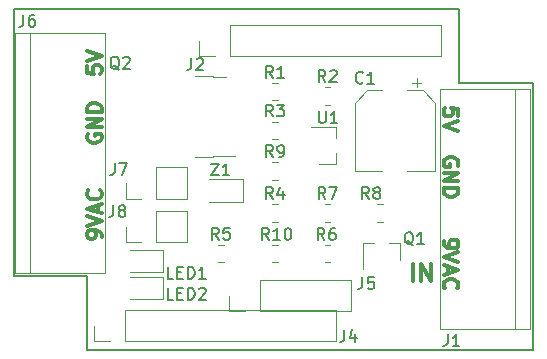
<source format=gto>
G04 #@! TF.GenerationSoftware,KiCad,Pcbnew,7.0.1-3b83917a11~172~ubuntu20.04.1*
G04 #@! TF.CreationDate,2023-03-26T04:48:50+02:00*
G04 #@! TF.ProjectId,C64Saver2,43363453-6176-4657-9232-2e6b69636164,2.6*
G04 #@! TF.SameCoordinates,Original*
G04 #@! TF.FileFunction,Legend,Top*
G04 #@! TF.FilePolarity,Positive*
%FSLAX46Y46*%
G04 Gerber Fmt 4.6, Leading zero omitted, Abs format (unit mm)*
G04 Created by KiCad (PCBNEW 7.0.1-3b83917a11~172~ubuntu20.04.1) date 2023-03-26 04:48:50*
%MOMM*%
%LPD*%
G01*
G04 APERTURE LIST*
%ADD10C,0.300000*%
%ADD11C,0.150000*%
%ADD12C,0.120000*%
G04 #@! TA.AperFunction,Profile*
%ADD13C,0.150000*%
G04 #@! TD*
G04 APERTURE END LIST*
D10*
X146648273Y-88503094D02*
X146648273Y-89098332D01*
X146648273Y-89098332D02*
X147243511Y-89157856D01*
X147243511Y-89157856D02*
X147183988Y-89098332D01*
X147183988Y-89098332D02*
X147124464Y-88979285D01*
X147124464Y-88979285D02*
X147124464Y-88681666D01*
X147124464Y-88681666D02*
X147183988Y-88562618D01*
X147183988Y-88562618D02*
X147243511Y-88503094D01*
X147243511Y-88503094D02*
X147362559Y-88443571D01*
X147362559Y-88443571D02*
X147660178Y-88443571D01*
X147660178Y-88443571D02*
X147779226Y-88503094D01*
X147779226Y-88503094D02*
X147838750Y-88562618D01*
X147838750Y-88562618D02*
X147898273Y-88681666D01*
X147898273Y-88681666D02*
X147898273Y-88979285D01*
X147898273Y-88979285D02*
X147838750Y-89098332D01*
X147838750Y-89098332D02*
X147779226Y-89157856D01*
X146648273Y-88086428D02*
X147898273Y-87669761D01*
X147898273Y-87669761D02*
X146648273Y-87253095D01*
X146707797Y-94297381D02*
X146648273Y-94416428D01*
X146648273Y-94416428D02*
X146648273Y-94595000D01*
X146648273Y-94595000D02*
X146707797Y-94773571D01*
X146707797Y-94773571D02*
X146826845Y-94892619D01*
X146826845Y-94892619D02*
X146945892Y-94952142D01*
X146945892Y-94952142D02*
X147183988Y-95011666D01*
X147183988Y-95011666D02*
X147362559Y-95011666D01*
X147362559Y-95011666D02*
X147600654Y-94952142D01*
X147600654Y-94952142D02*
X147719702Y-94892619D01*
X147719702Y-94892619D02*
X147838750Y-94773571D01*
X147838750Y-94773571D02*
X147898273Y-94595000D01*
X147898273Y-94595000D02*
X147898273Y-94475952D01*
X147898273Y-94475952D02*
X147838750Y-94297381D01*
X147838750Y-94297381D02*
X147779226Y-94237857D01*
X147779226Y-94237857D02*
X147362559Y-94237857D01*
X147362559Y-94237857D02*
X147362559Y-94475952D01*
X147898273Y-93702142D02*
X146648273Y-93702142D01*
X146648273Y-93702142D02*
X147898273Y-92987857D01*
X147898273Y-92987857D02*
X146648273Y-92987857D01*
X147898273Y-92392618D02*
X146648273Y-92392618D01*
X146648273Y-92392618D02*
X146648273Y-92094999D01*
X146648273Y-92094999D02*
X146707797Y-91916428D01*
X146707797Y-91916428D02*
X146826845Y-91797380D01*
X146826845Y-91797380D02*
X146945892Y-91737857D01*
X146945892Y-91737857D02*
X147183988Y-91678333D01*
X147183988Y-91678333D02*
X147362559Y-91678333D01*
X147362559Y-91678333D02*
X147600654Y-91737857D01*
X147600654Y-91737857D02*
X147719702Y-91797380D01*
X147719702Y-91797380D02*
X147838750Y-91916428D01*
X147838750Y-91916428D02*
X147898273Y-92094999D01*
X147898273Y-92094999D02*
X147898273Y-92392618D01*
X147898273Y-103026524D02*
X147898273Y-102788428D01*
X147898273Y-102788428D02*
X147838750Y-102669381D01*
X147838750Y-102669381D02*
X147779226Y-102609857D01*
X147779226Y-102609857D02*
X147600654Y-102490809D01*
X147600654Y-102490809D02*
X147362559Y-102431286D01*
X147362559Y-102431286D02*
X146886369Y-102431286D01*
X146886369Y-102431286D02*
X146767321Y-102490809D01*
X146767321Y-102490809D02*
X146707797Y-102550333D01*
X146707797Y-102550333D02*
X146648273Y-102669381D01*
X146648273Y-102669381D02*
X146648273Y-102907476D01*
X146648273Y-102907476D02*
X146707797Y-103026524D01*
X146707797Y-103026524D02*
X146767321Y-103086047D01*
X146767321Y-103086047D02*
X146886369Y-103145571D01*
X146886369Y-103145571D02*
X147183988Y-103145571D01*
X147183988Y-103145571D02*
X147303035Y-103086047D01*
X147303035Y-103086047D02*
X147362559Y-103026524D01*
X147362559Y-103026524D02*
X147422083Y-102907476D01*
X147422083Y-102907476D02*
X147422083Y-102669381D01*
X147422083Y-102669381D02*
X147362559Y-102550333D01*
X147362559Y-102550333D02*
X147303035Y-102490809D01*
X147303035Y-102490809D02*
X147183988Y-102431286D01*
X146648273Y-102074143D02*
X147898273Y-101657476D01*
X147898273Y-101657476D02*
X146648273Y-101240810D01*
X147541130Y-100883666D02*
X147541130Y-100288428D01*
X147898273Y-101002714D02*
X146648273Y-100586047D01*
X146648273Y-100586047D02*
X147898273Y-100169381D01*
X147779226Y-99038428D02*
X147838750Y-99097952D01*
X147838750Y-99097952D02*
X147898273Y-99276523D01*
X147898273Y-99276523D02*
X147898273Y-99395571D01*
X147898273Y-99395571D02*
X147838750Y-99574142D01*
X147838750Y-99574142D02*
X147719702Y-99693190D01*
X147719702Y-99693190D02*
X147600654Y-99752713D01*
X147600654Y-99752713D02*
X147362559Y-99812237D01*
X147362559Y-99812237D02*
X147183988Y-99812237D01*
X147183988Y-99812237D02*
X146945892Y-99752713D01*
X146945892Y-99752713D02*
X146826845Y-99693190D01*
X146826845Y-99693190D02*
X146707797Y-99574142D01*
X146707797Y-99574142D02*
X146648273Y-99395571D01*
X146648273Y-99395571D02*
X146648273Y-99276523D01*
X146648273Y-99276523D02*
X146707797Y-99097952D01*
X146707797Y-99097952D02*
X146767321Y-99038428D01*
X178031202Y-96964618D02*
X178090726Y-96845571D01*
X178090726Y-96845571D02*
X178090726Y-96666999D01*
X178090726Y-96666999D02*
X178031202Y-96488428D01*
X178031202Y-96488428D02*
X177912154Y-96369380D01*
X177912154Y-96369380D02*
X177793107Y-96309857D01*
X177793107Y-96309857D02*
X177555011Y-96250333D01*
X177555011Y-96250333D02*
X177376440Y-96250333D01*
X177376440Y-96250333D02*
X177138345Y-96309857D01*
X177138345Y-96309857D02*
X177019297Y-96369380D01*
X177019297Y-96369380D02*
X176900250Y-96488428D01*
X176900250Y-96488428D02*
X176840726Y-96666999D01*
X176840726Y-96666999D02*
X176840726Y-96786047D01*
X176840726Y-96786047D02*
X176900250Y-96964618D01*
X176900250Y-96964618D02*
X176959773Y-97024142D01*
X176959773Y-97024142D02*
X177376440Y-97024142D01*
X177376440Y-97024142D02*
X177376440Y-96786047D01*
X176840726Y-97559857D02*
X178090726Y-97559857D01*
X178090726Y-97559857D02*
X176840726Y-98274142D01*
X176840726Y-98274142D02*
X178090726Y-98274142D01*
X176840726Y-98869381D02*
X178090726Y-98869381D01*
X178090726Y-98869381D02*
X178090726Y-99167000D01*
X178090726Y-99167000D02*
X178031202Y-99345571D01*
X178031202Y-99345571D02*
X177912154Y-99464619D01*
X177912154Y-99464619D02*
X177793107Y-99524142D01*
X177793107Y-99524142D02*
X177555011Y-99583666D01*
X177555011Y-99583666D02*
X177376440Y-99583666D01*
X177376440Y-99583666D02*
X177138345Y-99524142D01*
X177138345Y-99524142D02*
X177019297Y-99464619D01*
X177019297Y-99464619D02*
X176900250Y-99345571D01*
X176900250Y-99345571D02*
X176840726Y-99167000D01*
X176840726Y-99167000D02*
X176840726Y-98869381D01*
X176840726Y-103348475D02*
X176840726Y-103586571D01*
X176840726Y-103586571D02*
X176900250Y-103705618D01*
X176900250Y-103705618D02*
X176959773Y-103765142D01*
X176959773Y-103765142D02*
X177138345Y-103884190D01*
X177138345Y-103884190D02*
X177376440Y-103943713D01*
X177376440Y-103943713D02*
X177852630Y-103943713D01*
X177852630Y-103943713D02*
X177971678Y-103884190D01*
X177971678Y-103884190D02*
X178031202Y-103824666D01*
X178031202Y-103824666D02*
X178090726Y-103705618D01*
X178090726Y-103705618D02*
X178090726Y-103467523D01*
X178090726Y-103467523D02*
X178031202Y-103348475D01*
X178031202Y-103348475D02*
X177971678Y-103288952D01*
X177971678Y-103288952D02*
X177852630Y-103229428D01*
X177852630Y-103229428D02*
X177555011Y-103229428D01*
X177555011Y-103229428D02*
X177435964Y-103288952D01*
X177435964Y-103288952D02*
X177376440Y-103348475D01*
X177376440Y-103348475D02*
X177316916Y-103467523D01*
X177316916Y-103467523D02*
X177316916Y-103705618D01*
X177316916Y-103705618D02*
X177376440Y-103824666D01*
X177376440Y-103824666D02*
X177435964Y-103884190D01*
X177435964Y-103884190D02*
X177555011Y-103943713D01*
X178090726Y-104300856D02*
X176840726Y-104717523D01*
X176840726Y-104717523D02*
X178090726Y-105134189D01*
X177197869Y-105491333D02*
X177197869Y-106086571D01*
X176840726Y-105372285D02*
X178090726Y-105788952D01*
X178090726Y-105788952D02*
X176840726Y-106205618D01*
X176959773Y-107336571D02*
X176900250Y-107277047D01*
X176900250Y-107277047D02*
X176840726Y-107098476D01*
X176840726Y-107098476D02*
X176840726Y-106979428D01*
X176840726Y-106979428D02*
X176900250Y-106800857D01*
X176900250Y-106800857D02*
X177019297Y-106681809D01*
X177019297Y-106681809D02*
X177138345Y-106622286D01*
X177138345Y-106622286D02*
X177376440Y-106562762D01*
X177376440Y-106562762D02*
X177555011Y-106562762D01*
X177555011Y-106562762D02*
X177793107Y-106622286D01*
X177793107Y-106622286D02*
X177912154Y-106681809D01*
X177912154Y-106681809D02*
X178031202Y-106800857D01*
X178031202Y-106800857D02*
X178090726Y-106979428D01*
X178090726Y-106979428D02*
X178090726Y-107098476D01*
X178090726Y-107098476D02*
X178031202Y-107277047D01*
X178031202Y-107277047D02*
X177971678Y-107336571D01*
X178090726Y-92725905D02*
X178090726Y-92130667D01*
X178090726Y-92130667D02*
X177495488Y-92071143D01*
X177495488Y-92071143D02*
X177555011Y-92130667D01*
X177555011Y-92130667D02*
X177614535Y-92249714D01*
X177614535Y-92249714D02*
X177614535Y-92547333D01*
X177614535Y-92547333D02*
X177555011Y-92666381D01*
X177555011Y-92666381D02*
X177495488Y-92725905D01*
X177495488Y-92725905D02*
X177376440Y-92785428D01*
X177376440Y-92785428D02*
X177078821Y-92785428D01*
X177078821Y-92785428D02*
X176959773Y-92725905D01*
X176959773Y-92725905D02*
X176900250Y-92666381D01*
X176900250Y-92666381D02*
X176840726Y-92547333D01*
X176840726Y-92547333D02*
X176840726Y-92249714D01*
X176840726Y-92249714D02*
X176900250Y-92130667D01*
X176900250Y-92130667D02*
X176959773Y-92071143D01*
X178090726Y-93142571D02*
X176840726Y-93559238D01*
X176840726Y-93559238D02*
X178090726Y-93975904D01*
X174220285Y-106738928D02*
X174220285Y-105238928D01*
X174934571Y-106738928D02*
X174934571Y-105238928D01*
X174934571Y-105238928D02*
X175791714Y-106738928D01*
X175791714Y-106738928D02*
X175791714Y-105238928D01*
D11*
X141271666Y-84171619D02*
X141271666Y-84885904D01*
X141271666Y-84885904D02*
X141224047Y-85028761D01*
X141224047Y-85028761D02*
X141128809Y-85124000D01*
X141128809Y-85124000D02*
X140985952Y-85171619D01*
X140985952Y-85171619D02*
X140890714Y-85171619D01*
X142176428Y-84171619D02*
X141985952Y-84171619D01*
X141985952Y-84171619D02*
X141890714Y-84219238D01*
X141890714Y-84219238D02*
X141843095Y-84266857D01*
X141843095Y-84266857D02*
X141747857Y-84409714D01*
X141747857Y-84409714D02*
X141700238Y-84600190D01*
X141700238Y-84600190D02*
X141700238Y-84981142D01*
X141700238Y-84981142D02*
X141747857Y-85076380D01*
X141747857Y-85076380D02*
X141795476Y-85124000D01*
X141795476Y-85124000D02*
X141890714Y-85171619D01*
X141890714Y-85171619D02*
X142081190Y-85171619D01*
X142081190Y-85171619D02*
X142176428Y-85124000D01*
X142176428Y-85124000D02*
X142224047Y-85076380D01*
X142224047Y-85076380D02*
X142271666Y-84981142D01*
X142271666Y-84981142D02*
X142271666Y-84743047D01*
X142271666Y-84743047D02*
X142224047Y-84647809D01*
X142224047Y-84647809D02*
X142176428Y-84600190D01*
X142176428Y-84600190D02*
X142081190Y-84552571D01*
X142081190Y-84552571D02*
X141890714Y-84552571D01*
X141890714Y-84552571D02*
X141795476Y-84600190D01*
X141795476Y-84600190D02*
X141747857Y-84647809D01*
X141747857Y-84647809D02*
X141700238Y-84743047D01*
X177184726Y-111222619D02*
X177184726Y-111936904D01*
X177184726Y-111936904D02*
X177137107Y-112079761D01*
X177137107Y-112079761D02*
X177041869Y-112175000D01*
X177041869Y-112175000D02*
X176899012Y-112222619D01*
X176899012Y-112222619D02*
X176803774Y-112222619D01*
X178184726Y-112222619D02*
X177613298Y-112222619D01*
X177899012Y-112222619D02*
X177899012Y-111222619D01*
X177899012Y-111222619D02*
X177803774Y-111365476D01*
X177803774Y-111365476D02*
X177708536Y-111460714D01*
X177708536Y-111460714D02*
X177613298Y-111508333D01*
X170013333Y-89902380D02*
X169965714Y-89950000D01*
X169965714Y-89950000D02*
X169822857Y-89997619D01*
X169822857Y-89997619D02*
X169727619Y-89997619D01*
X169727619Y-89997619D02*
X169584762Y-89950000D01*
X169584762Y-89950000D02*
X169489524Y-89854761D01*
X169489524Y-89854761D02*
X169441905Y-89759523D01*
X169441905Y-89759523D02*
X169394286Y-89569047D01*
X169394286Y-89569047D02*
X169394286Y-89426190D01*
X169394286Y-89426190D02*
X169441905Y-89235714D01*
X169441905Y-89235714D02*
X169489524Y-89140476D01*
X169489524Y-89140476D02*
X169584762Y-89045238D01*
X169584762Y-89045238D02*
X169727619Y-88997619D01*
X169727619Y-88997619D02*
X169822857Y-88997619D01*
X169822857Y-88997619D02*
X169965714Y-89045238D01*
X169965714Y-89045238D02*
X170013333Y-89092857D01*
X170965714Y-89997619D02*
X170394286Y-89997619D01*
X170680000Y-89997619D02*
X170680000Y-88997619D01*
X170680000Y-88997619D02*
X170584762Y-89140476D01*
X170584762Y-89140476D02*
X170489524Y-89235714D01*
X170489524Y-89235714D02*
X170394286Y-89283333D01*
X149380361Y-88822857D02*
X149285123Y-88775238D01*
X149285123Y-88775238D02*
X149189885Y-88680000D01*
X149189885Y-88680000D02*
X149047028Y-88537142D01*
X149047028Y-88537142D02*
X148951790Y-88489523D01*
X148951790Y-88489523D02*
X148856552Y-88489523D01*
X148904171Y-88727619D02*
X148808933Y-88680000D01*
X148808933Y-88680000D02*
X148713695Y-88584761D01*
X148713695Y-88584761D02*
X148666076Y-88394285D01*
X148666076Y-88394285D02*
X148666076Y-88060952D01*
X148666076Y-88060952D02*
X148713695Y-87870476D01*
X148713695Y-87870476D02*
X148808933Y-87775238D01*
X148808933Y-87775238D02*
X148904171Y-87727619D01*
X148904171Y-87727619D02*
X149094647Y-87727619D01*
X149094647Y-87727619D02*
X149189885Y-87775238D01*
X149189885Y-87775238D02*
X149285123Y-87870476D01*
X149285123Y-87870476D02*
X149332742Y-88060952D01*
X149332742Y-88060952D02*
X149332742Y-88394285D01*
X149332742Y-88394285D02*
X149285123Y-88584761D01*
X149285123Y-88584761D02*
X149189885Y-88680000D01*
X149189885Y-88680000D02*
X149094647Y-88727619D01*
X149094647Y-88727619D02*
X148904171Y-88727619D01*
X149713695Y-87822857D02*
X149761314Y-87775238D01*
X149761314Y-87775238D02*
X149856552Y-87727619D01*
X149856552Y-87727619D02*
X150094647Y-87727619D01*
X150094647Y-87727619D02*
X150189885Y-87775238D01*
X150189885Y-87775238D02*
X150237504Y-87822857D01*
X150237504Y-87822857D02*
X150285123Y-87918095D01*
X150285123Y-87918095D02*
X150285123Y-88013333D01*
X150285123Y-88013333D02*
X150237504Y-88156190D01*
X150237504Y-88156190D02*
X149666076Y-88727619D01*
X149666076Y-88727619D02*
X150285123Y-88727619D01*
X155495666Y-87854619D02*
X155495666Y-88568904D01*
X155495666Y-88568904D02*
X155448047Y-88711761D01*
X155448047Y-88711761D02*
X155352809Y-88807000D01*
X155352809Y-88807000D02*
X155209952Y-88854619D01*
X155209952Y-88854619D02*
X155114714Y-88854619D01*
X155924238Y-87949857D02*
X155971857Y-87902238D01*
X155971857Y-87902238D02*
X156067095Y-87854619D01*
X156067095Y-87854619D02*
X156305190Y-87854619D01*
X156305190Y-87854619D02*
X156400428Y-87902238D01*
X156400428Y-87902238D02*
X156448047Y-87949857D01*
X156448047Y-87949857D02*
X156495666Y-88045095D01*
X156495666Y-88045095D02*
X156495666Y-88140333D01*
X156495666Y-88140333D02*
X156448047Y-88283190D01*
X156448047Y-88283190D02*
X155876619Y-88854619D01*
X155876619Y-88854619D02*
X156495666Y-88854619D01*
X168449666Y-110841619D02*
X168449666Y-111555904D01*
X168449666Y-111555904D02*
X168402047Y-111698761D01*
X168402047Y-111698761D02*
X168306809Y-111794000D01*
X168306809Y-111794000D02*
X168163952Y-111841619D01*
X168163952Y-111841619D02*
X168068714Y-111841619D01*
X169354428Y-111174952D02*
X169354428Y-111841619D01*
X169116333Y-110794000D02*
X168878238Y-111508285D01*
X168878238Y-111508285D02*
X169497285Y-111508285D01*
X169973666Y-106396619D02*
X169973666Y-107110904D01*
X169973666Y-107110904D02*
X169926047Y-107253761D01*
X169926047Y-107253761D02*
X169830809Y-107349000D01*
X169830809Y-107349000D02*
X169687952Y-107396619D01*
X169687952Y-107396619D02*
X169592714Y-107396619D01*
X170926047Y-106396619D02*
X170449857Y-106396619D01*
X170449857Y-106396619D02*
X170402238Y-106872809D01*
X170402238Y-106872809D02*
X170449857Y-106825190D01*
X170449857Y-106825190D02*
X170545095Y-106777571D01*
X170545095Y-106777571D02*
X170783190Y-106777571D01*
X170783190Y-106777571D02*
X170878428Y-106825190D01*
X170878428Y-106825190D02*
X170926047Y-106872809D01*
X170926047Y-106872809D02*
X170973666Y-106968047D01*
X170973666Y-106968047D02*
X170973666Y-107206142D01*
X170973666Y-107206142D02*
X170926047Y-107301380D01*
X170926047Y-107301380D02*
X170878428Y-107349000D01*
X170878428Y-107349000D02*
X170783190Y-107396619D01*
X170783190Y-107396619D02*
X170545095Y-107396619D01*
X170545095Y-107396619D02*
X170449857Y-107349000D01*
X170449857Y-107349000D02*
X170402238Y-107301380D01*
X162393333Y-89505619D02*
X162060000Y-89029428D01*
X161821905Y-89505619D02*
X161821905Y-88505619D01*
X161821905Y-88505619D02*
X162202857Y-88505619D01*
X162202857Y-88505619D02*
X162298095Y-88553238D01*
X162298095Y-88553238D02*
X162345714Y-88600857D01*
X162345714Y-88600857D02*
X162393333Y-88696095D01*
X162393333Y-88696095D02*
X162393333Y-88838952D01*
X162393333Y-88838952D02*
X162345714Y-88934190D01*
X162345714Y-88934190D02*
X162298095Y-88981809D01*
X162298095Y-88981809D02*
X162202857Y-89029428D01*
X162202857Y-89029428D02*
X161821905Y-89029428D01*
X163345714Y-89505619D02*
X162774286Y-89505619D01*
X163060000Y-89505619D02*
X163060000Y-88505619D01*
X163060000Y-88505619D02*
X162964762Y-88648476D01*
X162964762Y-88648476D02*
X162869524Y-88743714D01*
X162869524Y-88743714D02*
X162774286Y-88791333D01*
X162393333Y-99777619D02*
X162060000Y-99301428D01*
X161821905Y-99777619D02*
X161821905Y-98777619D01*
X161821905Y-98777619D02*
X162202857Y-98777619D01*
X162202857Y-98777619D02*
X162298095Y-98825238D01*
X162298095Y-98825238D02*
X162345714Y-98872857D01*
X162345714Y-98872857D02*
X162393333Y-98968095D01*
X162393333Y-98968095D02*
X162393333Y-99110952D01*
X162393333Y-99110952D02*
X162345714Y-99206190D01*
X162345714Y-99206190D02*
X162298095Y-99253809D01*
X162298095Y-99253809D02*
X162202857Y-99301428D01*
X162202857Y-99301428D02*
X161821905Y-99301428D01*
X163250476Y-99110952D02*
X163250476Y-99777619D01*
X163012381Y-98730000D02*
X162774286Y-99444285D01*
X162774286Y-99444285D02*
X163393333Y-99444285D01*
X157821333Y-103206619D02*
X157488000Y-102730428D01*
X157249905Y-103206619D02*
X157249905Y-102206619D01*
X157249905Y-102206619D02*
X157630857Y-102206619D01*
X157630857Y-102206619D02*
X157726095Y-102254238D01*
X157726095Y-102254238D02*
X157773714Y-102301857D01*
X157773714Y-102301857D02*
X157821333Y-102397095D01*
X157821333Y-102397095D02*
X157821333Y-102539952D01*
X157821333Y-102539952D02*
X157773714Y-102635190D01*
X157773714Y-102635190D02*
X157726095Y-102682809D01*
X157726095Y-102682809D02*
X157630857Y-102730428D01*
X157630857Y-102730428D02*
X157249905Y-102730428D01*
X158726095Y-102206619D02*
X158249905Y-102206619D01*
X158249905Y-102206619D02*
X158202286Y-102682809D01*
X158202286Y-102682809D02*
X158249905Y-102635190D01*
X158249905Y-102635190D02*
X158345143Y-102587571D01*
X158345143Y-102587571D02*
X158583238Y-102587571D01*
X158583238Y-102587571D02*
X158678476Y-102635190D01*
X158678476Y-102635190D02*
X158726095Y-102682809D01*
X158726095Y-102682809D02*
X158773714Y-102778047D01*
X158773714Y-102778047D02*
X158773714Y-103016142D01*
X158773714Y-103016142D02*
X158726095Y-103111380D01*
X158726095Y-103111380D02*
X158678476Y-103159000D01*
X158678476Y-103159000D02*
X158583238Y-103206619D01*
X158583238Y-103206619D02*
X158345143Y-103206619D01*
X158345143Y-103206619D02*
X158249905Y-103159000D01*
X158249905Y-103159000D02*
X158202286Y-103111380D01*
X166754084Y-103244575D02*
X166420751Y-102768384D01*
X166182656Y-103244575D02*
X166182656Y-102244575D01*
X166182656Y-102244575D02*
X166563608Y-102244575D01*
X166563608Y-102244575D02*
X166658846Y-102292194D01*
X166658846Y-102292194D02*
X166706465Y-102339813D01*
X166706465Y-102339813D02*
X166754084Y-102435051D01*
X166754084Y-102435051D02*
X166754084Y-102577908D01*
X166754084Y-102577908D02*
X166706465Y-102673146D01*
X166706465Y-102673146D02*
X166658846Y-102720765D01*
X166658846Y-102720765D02*
X166563608Y-102768384D01*
X166563608Y-102768384D02*
X166182656Y-102768384D01*
X167611227Y-102244575D02*
X167420751Y-102244575D01*
X167420751Y-102244575D02*
X167325513Y-102292194D01*
X167325513Y-102292194D02*
X167277894Y-102339813D01*
X167277894Y-102339813D02*
X167182656Y-102482670D01*
X167182656Y-102482670D02*
X167135037Y-102673146D01*
X167135037Y-102673146D02*
X167135037Y-103054098D01*
X167135037Y-103054098D02*
X167182656Y-103149336D01*
X167182656Y-103149336D02*
X167230275Y-103196956D01*
X167230275Y-103196956D02*
X167325513Y-103244575D01*
X167325513Y-103244575D02*
X167515989Y-103244575D01*
X167515989Y-103244575D02*
X167611227Y-103196956D01*
X167611227Y-103196956D02*
X167658846Y-103149336D01*
X167658846Y-103149336D02*
X167706465Y-103054098D01*
X167706465Y-103054098D02*
X167706465Y-102816003D01*
X167706465Y-102816003D02*
X167658846Y-102720765D01*
X167658846Y-102720765D02*
X167611227Y-102673146D01*
X167611227Y-102673146D02*
X167515989Y-102625527D01*
X167515989Y-102625527D02*
X167325513Y-102625527D01*
X167325513Y-102625527D02*
X167230275Y-102673146D01*
X167230275Y-102673146D02*
X167182656Y-102720765D01*
X167182656Y-102720765D02*
X167135037Y-102816003D01*
X170521333Y-99777619D02*
X170188000Y-99301428D01*
X169949905Y-99777619D02*
X169949905Y-98777619D01*
X169949905Y-98777619D02*
X170330857Y-98777619D01*
X170330857Y-98777619D02*
X170426095Y-98825238D01*
X170426095Y-98825238D02*
X170473714Y-98872857D01*
X170473714Y-98872857D02*
X170521333Y-98968095D01*
X170521333Y-98968095D02*
X170521333Y-99110952D01*
X170521333Y-99110952D02*
X170473714Y-99206190D01*
X170473714Y-99206190D02*
X170426095Y-99253809D01*
X170426095Y-99253809D02*
X170330857Y-99301428D01*
X170330857Y-99301428D02*
X169949905Y-99301428D01*
X171092762Y-99206190D02*
X170997524Y-99158571D01*
X170997524Y-99158571D02*
X170949905Y-99110952D01*
X170949905Y-99110952D02*
X170902286Y-99015714D01*
X170902286Y-99015714D02*
X170902286Y-98968095D01*
X170902286Y-98968095D02*
X170949905Y-98872857D01*
X170949905Y-98872857D02*
X170997524Y-98825238D01*
X170997524Y-98825238D02*
X171092762Y-98777619D01*
X171092762Y-98777619D02*
X171283238Y-98777619D01*
X171283238Y-98777619D02*
X171378476Y-98825238D01*
X171378476Y-98825238D02*
X171426095Y-98872857D01*
X171426095Y-98872857D02*
X171473714Y-98968095D01*
X171473714Y-98968095D02*
X171473714Y-99015714D01*
X171473714Y-99015714D02*
X171426095Y-99110952D01*
X171426095Y-99110952D02*
X171378476Y-99158571D01*
X171378476Y-99158571D02*
X171283238Y-99206190D01*
X171283238Y-99206190D02*
X171092762Y-99206190D01*
X171092762Y-99206190D02*
X170997524Y-99253809D01*
X170997524Y-99253809D02*
X170949905Y-99301428D01*
X170949905Y-99301428D02*
X170902286Y-99396666D01*
X170902286Y-99396666D02*
X170902286Y-99587142D01*
X170902286Y-99587142D02*
X170949905Y-99682380D01*
X170949905Y-99682380D02*
X170997524Y-99730000D01*
X170997524Y-99730000D02*
X171092762Y-99777619D01*
X171092762Y-99777619D02*
X171283238Y-99777619D01*
X171283238Y-99777619D02*
X171378476Y-99730000D01*
X171378476Y-99730000D02*
X171426095Y-99682380D01*
X171426095Y-99682380D02*
X171473714Y-99587142D01*
X171473714Y-99587142D02*
X171473714Y-99396666D01*
X171473714Y-99396666D02*
X171426095Y-99301428D01*
X171426095Y-99301428D02*
X171378476Y-99253809D01*
X171378476Y-99253809D02*
X171283238Y-99206190D01*
X162393333Y-96221619D02*
X162060000Y-95745428D01*
X161821905Y-96221619D02*
X161821905Y-95221619D01*
X161821905Y-95221619D02*
X162202857Y-95221619D01*
X162202857Y-95221619D02*
X162298095Y-95269238D01*
X162298095Y-95269238D02*
X162345714Y-95316857D01*
X162345714Y-95316857D02*
X162393333Y-95412095D01*
X162393333Y-95412095D02*
X162393333Y-95554952D01*
X162393333Y-95554952D02*
X162345714Y-95650190D01*
X162345714Y-95650190D02*
X162298095Y-95697809D01*
X162298095Y-95697809D02*
X162202857Y-95745428D01*
X162202857Y-95745428D02*
X161821905Y-95745428D01*
X162869524Y-96221619D02*
X163060000Y-96221619D01*
X163060000Y-96221619D02*
X163155238Y-96174000D01*
X163155238Y-96174000D02*
X163202857Y-96126380D01*
X163202857Y-96126380D02*
X163298095Y-95983523D01*
X163298095Y-95983523D02*
X163345714Y-95793047D01*
X163345714Y-95793047D02*
X163345714Y-95412095D01*
X163345714Y-95412095D02*
X163298095Y-95316857D01*
X163298095Y-95316857D02*
X163250476Y-95269238D01*
X163250476Y-95269238D02*
X163155238Y-95221619D01*
X163155238Y-95221619D02*
X162964762Y-95221619D01*
X162964762Y-95221619D02*
X162869524Y-95269238D01*
X162869524Y-95269238D02*
X162821905Y-95316857D01*
X162821905Y-95316857D02*
X162774286Y-95412095D01*
X162774286Y-95412095D02*
X162774286Y-95650190D01*
X162774286Y-95650190D02*
X162821905Y-95745428D01*
X162821905Y-95745428D02*
X162869524Y-95793047D01*
X162869524Y-95793047D02*
X162964762Y-95840666D01*
X162964762Y-95840666D02*
X163155238Y-95840666D01*
X163155238Y-95840666D02*
X163250476Y-95793047D01*
X163250476Y-95793047D02*
X163298095Y-95745428D01*
X163298095Y-95745428D02*
X163345714Y-95650190D01*
X162040670Y-103235061D02*
X161707337Y-102758870D01*
X161469242Y-103235061D02*
X161469242Y-102235061D01*
X161469242Y-102235061D02*
X161850194Y-102235061D01*
X161850194Y-102235061D02*
X161945432Y-102282680D01*
X161945432Y-102282680D02*
X161993051Y-102330299D01*
X161993051Y-102330299D02*
X162040670Y-102425537D01*
X162040670Y-102425537D02*
X162040670Y-102568394D01*
X162040670Y-102568394D02*
X161993051Y-102663632D01*
X161993051Y-102663632D02*
X161945432Y-102711251D01*
X161945432Y-102711251D02*
X161850194Y-102758870D01*
X161850194Y-102758870D02*
X161469242Y-102758870D01*
X162993051Y-103235061D02*
X162421623Y-103235061D01*
X162707337Y-103235061D02*
X162707337Y-102235061D01*
X162707337Y-102235061D02*
X162612099Y-102377918D01*
X162612099Y-102377918D02*
X162516861Y-102473156D01*
X162516861Y-102473156D02*
X162421623Y-102520775D01*
X163612099Y-102235061D02*
X163707337Y-102235061D01*
X163707337Y-102235061D02*
X163802575Y-102282680D01*
X163802575Y-102282680D02*
X163850194Y-102330299D01*
X163850194Y-102330299D02*
X163897813Y-102425537D01*
X163897813Y-102425537D02*
X163945432Y-102616013D01*
X163945432Y-102616013D02*
X163945432Y-102854108D01*
X163945432Y-102854108D02*
X163897813Y-103044584D01*
X163897813Y-103044584D02*
X163850194Y-103139822D01*
X163850194Y-103139822D02*
X163802575Y-103187442D01*
X163802575Y-103187442D02*
X163707337Y-103235061D01*
X163707337Y-103235061D02*
X163612099Y-103235061D01*
X163612099Y-103235061D02*
X163516861Y-103187442D01*
X163516861Y-103187442D02*
X163469242Y-103139822D01*
X163469242Y-103139822D02*
X163421623Y-103044584D01*
X163421623Y-103044584D02*
X163374004Y-102854108D01*
X163374004Y-102854108D02*
X163374004Y-102616013D01*
X163374004Y-102616013D02*
X163421623Y-102425537D01*
X163421623Y-102425537D02*
X163469242Y-102330299D01*
X163469242Y-102330299D02*
X163516861Y-102282680D01*
X163516861Y-102282680D02*
X163612099Y-102235061D01*
X174275761Y-103681857D02*
X174180523Y-103634238D01*
X174180523Y-103634238D02*
X174085285Y-103539000D01*
X174085285Y-103539000D02*
X173942428Y-103396142D01*
X173942428Y-103396142D02*
X173847190Y-103348523D01*
X173847190Y-103348523D02*
X173751952Y-103348523D01*
X173799571Y-103586619D02*
X173704333Y-103539000D01*
X173704333Y-103539000D02*
X173609095Y-103443761D01*
X173609095Y-103443761D02*
X173561476Y-103253285D01*
X173561476Y-103253285D02*
X173561476Y-102919952D01*
X173561476Y-102919952D02*
X173609095Y-102729476D01*
X173609095Y-102729476D02*
X173704333Y-102634238D01*
X173704333Y-102634238D02*
X173799571Y-102586619D01*
X173799571Y-102586619D02*
X173990047Y-102586619D01*
X173990047Y-102586619D02*
X174085285Y-102634238D01*
X174085285Y-102634238D02*
X174180523Y-102729476D01*
X174180523Y-102729476D02*
X174228142Y-102919952D01*
X174228142Y-102919952D02*
X174228142Y-103253285D01*
X174228142Y-103253285D02*
X174180523Y-103443761D01*
X174180523Y-103443761D02*
X174085285Y-103539000D01*
X174085285Y-103539000D02*
X173990047Y-103586619D01*
X173990047Y-103586619D02*
X173799571Y-103586619D01*
X175180523Y-103586619D02*
X174609095Y-103586619D01*
X174894809Y-103586619D02*
X174894809Y-102586619D01*
X174894809Y-102586619D02*
X174799571Y-102729476D01*
X174799571Y-102729476D02*
X174704333Y-102824714D01*
X174704333Y-102824714D02*
X174609095Y-102872333D01*
X153947952Y-106507619D02*
X153471762Y-106507619D01*
X153471762Y-106507619D02*
X153471762Y-105507619D01*
X154281286Y-105983809D02*
X154614619Y-105983809D01*
X154757476Y-106507619D02*
X154281286Y-106507619D01*
X154281286Y-106507619D02*
X154281286Y-105507619D01*
X154281286Y-105507619D02*
X154757476Y-105507619D01*
X155186048Y-106507619D02*
X155186048Y-105507619D01*
X155186048Y-105507619D02*
X155424143Y-105507619D01*
X155424143Y-105507619D02*
X155567000Y-105555238D01*
X155567000Y-105555238D02*
X155662238Y-105650476D01*
X155662238Y-105650476D02*
X155709857Y-105745714D01*
X155709857Y-105745714D02*
X155757476Y-105936190D01*
X155757476Y-105936190D02*
X155757476Y-106079047D01*
X155757476Y-106079047D02*
X155709857Y-106269523D01*
X155709857Y-106269523D02*
X155662238Y-106364761D01*
X155662238Y-106364761D02*
X155567000Y-106460000D01*
X155567000Y-106460000D02*
X155424143Y-106507619D01*
X155424143Y-106507619D02*
X155186048Y-106507619D01*
X156709857Y-106507619D02*
X156138429Y-106507619D01*
X156424143Y-106507619D02*
X156424143Y-105507619D01*
X156424143Y-105507619D02*
X156328905Y-105650476D01*
X156328905Y-105650476D02*
X156233667Y-105745714D01*
X156233667Y-105745714D02*
X156138429Y-105793333D01*
X162385291Y-92780696D02*
X162051958Y-92304505D01*
X161813863Y-92780696D02*
X161813863Y-91780696D01*
X161813863Y-91780696D02*
X162194815Y-91780696D01*
X162194815Y-91780696D02*
X162290053Y-91828315D01*
X162290053Y-91828315D02*
X162337672Y-91875934D01*
X162337672Y-91875934D02*
X162385291Y-91971172D01*
X162385291Y-91971172D02*
X162385291Y-92114029D01*
X162385291Y-92114029D02*
X162337672Y-92209267D01*
X162337672Y-92209267D02*
X162290053Y-92256886D01*
X162290053Y-92256886D02*
X162194815Y-92304505D01*
X162194815Y-92304505D02*
X161813863Y-92304505D01*
X162718625Y-91780696D02*
X163337672Y-91780696D01*
X163337672Y-91780696D02*
X163004339Y-92161648D01*
X163004339Y-92161648D02*
X163147196Y-92161648D01*
X163147196Y-92161648D02*
X163242434Y-92209267D01*
X163242434Y-92209267D02*
X163290053Y-92256886D01*
X163290053Y-92256886D02*
X163337672Y-92352124D01*
X163337672Y-92352124D02*
X163337672Y-92590219D01*
X163337672Y-92590219D02*
X163290053Y-92685457D01*
X163290053Y-92685457D02*
X163242434Y-92733077D01*
X163242434Y-92733077D02*
X163147196Y-92780696D01*
X163147196Y-92780696D02*
X162861482Y-92780696D01*
X162861482Y-92780696D02*
X162766244Y-92733077D01*
X162766244Y-92733077D02*
X162718625Y-92685457D01*
X166838333Y-99777619D02*
X166505000Y-99301428D01*
X166266905Y-99777619D02*
X166266905Y-98777619D01*
X166266905Y-98777619D02*
X166647857Y-98777619D01*
X166647857Y-98777619D02*
X166743095Y-98825238D01*
X166743095Y-98825238D02*
X166790714Y-98872857D01*
X166790714Y-98872857D02*
X166838333Y-98968095D01*
X166838333Y-98968095D02*
X166838333Y-99110952D01*
X166838333Y-99110952D02*
X166790714Y-99206190D01*
X166790714Y-99206190D02*
X166743095Y-99253809D01*
X166743095Y-99253809D02*
X166647857Y-99301428D01*
X166647857Y-99301428D02*
X166266905Y-99301428D01*
X167171667Y-98777619D02*
X167838333Y-98777619D01*
X167838333Y-98777619D02*
X167409762Y-99777619D01*
X166282120Y-92340383D02*
X166282120Y-93149906D01*
X166282120Y-93149906D02*
X166329739Y-93245144D01*
X166329739Y-93245144D02*
X166377358Y-93292764D01*
X166377358Y-93292764D02*
X166472596Y-93340383D01*
X166472596Y-93340383D02*
X166663072Y-93340383D01*
X166663072Y-93340383D02*
X166758310Y-93292764D01*
X166758310Y-93292764D02*
X166805929Y-93245144D01*
X166805929Y-93245144D02*
X166853548Y-93149906D01*
X166853548Y-93149906D02*
X166853548Y-92340383D01*
X167853548Y-93340383D02*
X167282120Y-93340383D01*
X167567834Y-93340383D02*
X167567834Y-92340383D01*
X167567834Y-92340383D02*
X167472596Y-92483240D01*
X167472596Y-92483240D02*
X167377358Y-92578478D01*
X167377358Y-92578478D02*
X167282120Y-92626097D01*
X166838333Y-89871619D02*
X166505000Y-89395428D01*
X166266905Y-89871619D02*
X166266905Y-88871619D01*
X166266905Y-88871619D02*
X166647857Y-88871619D01*
X166647857Y-88871619D02*
X166743095Y-88919238D01*
X166743095Y-88919238D02*
X166790714Y-88966857D01*
X166790714Y-88966857D02*
X166838333Y-89062095D01*
X166838333Y-89062095D02*
X166838333Y-89204952D01*
X166838333Y-89204952D02*
X166790714Y-89300190D01*
X166790714Y-89300190D02*
X166743095Y-89347809D01*
X166743095Y-89347809D02*
X166647857Y-89395428D01*
X166647857Y-89395428D02*
X166266905Y-89395428D01*
X167219286Y-88966857D02*
X167266905Y-88919238D01*
X167266905Y-88919238D02*
X167362143Y-88871619D01*
X167362143Y-88871619D02*
X167600238Y-88871619D01*
X167600238Y-88871619D02*
X167695476Y-88919238D01*
X167695476Y-88919238D02*
X167743095Y-88966857D01*
X167743095Y-88966857D02*
X167790714Y-89062095D01*
X167790714Y-89062095D02*
X167790714Y-89157333D01*
X167790714Y-89157333D02*
X167743095Y-89300190D01*
X167743095Y-89300190D02*
X167171667Y-89871619D01*
X167171667Y-89871619D02*
X167790714Y-89871619D01*
X153947952Y-108285619D02*
X153471762Y-108285619D01*
X153471762Y-108285619D02*
X153471762Y-107285619D01*
X154281286Y-107761809D02*
X154614619Y-107761809D01*
X154757476Y-108285619D02*
X154281286Y-108285619D01*
X154281286Y-108285619D02*
X154281286Y-107285619D01*
X154281286Y-107285619D02*
X154757476Y-107285619D01*
X155186048Y-108285619D02*
X155186048Y-107285619D01*
X155186048Y-107285619D02*
X155424143Y-107285619D01*
X155424143Y-107285619D02*
X155567000Y-107333238D01*
X155567000Y-107333238D02*
X155662238Y-107428476D01*
X155662238Y-107428476D02*
X155709857Y-107523714D01*
X155709857Y-107523714D02*
X155757476Y-107714190D01*
X155757476Y-107714190D02*
X155757476Y-107857047D01*
X155757476Y-107857047D02*
X155709857Y-108047523D01*
X155709857Y-108047523D02*
X155662238Y-108142761D01*
X155662238Y-108142761D02*
X155567000Y-108238000D01*
X155567000Y-108238000D02*
X155424143Y-108285619D01*
X155424143Y-108285619D02*
X155186048Y-108285619D01*
X156138429Y-107380857D02*
X156186048Y-107333238D01*
X156186048Y-107333238D02*
X156281286Y-107285619D01*
X156281286Y-107285619D02*
X156519381Y-107285619D01*
X156519381Y-107285619D02*
X156614619Y-107333238D01*
X156614619Y-107333238D02*
X156662238Y-107380857D01*
X156662238Y-107380857D02*
X156709857Y-107476095D01*
X156709857Y-107476095D02*
X156709857Y-107571333D01*
X156709857Y-107571333D02*
X156662238Y-107714190D01*
X156662238Y-107714190D02*
X156090810Y-108285619D01*
X156090810Y-108285619D02*
X156709857Y-108285619D01*
X149018666Y-96744619D02*
X149018666Y-97458904D01*
X149018666Y-97458904D02*
X148971047Y-97601761D01*
X148971047Y-97601761D02*
X148875809Y-97697000D01*
X148875809Y-97697000D02*
X148732952Y-97744619D01*
X148732952Y-97744619D02*
X148637714Y-97744619D01*
X149399619Y-96744619D02*
X150066285Y-96744619D01*
X150066285Y-96744619D02*
X149637714Y-97744619D01*
X148891666Y-100300619D02*
X148891666Y-101014904D01*
X148891666Y-101014904D02*
X148844047Y-101157761D01*
X148844047Y-101157761D02*
X148748809Y-101253000D01*
X148748809Y-101253000D02*
X148605952Y-101300619D01*
X148605952Y-101300619D02*
X148510714Y-101300619D01*
X149510714Y-100729190D02*
X149415476Y-100681571D01*
X149415476Y-100681571D02*
X149367857Y-100633952D01*
X149367857Y-100633952D02*
X149320238Y-100538714D01*
X149320238Y-100538714D02*
X149320238Y-100491095D01*
X149320238Y-100491095D02*
X149367857Y-100395857D01*
X149367857Y-100395857D02*
X149415476Y-100348238D01*
X149415476Y-100348238D02*
X149510714Y-100300619D01*
X149510714Y-100300619D02*
X149701190Y-100300619D01*
X149701190Y-100300619D02*
X149796428Y-100348238D01*
X149796428Y-100348238D02*
X149844047Y-100395857D01*
X149844047Y-100395857D02*
X149891666Y-100491095D01*
X149891666Y-100491095D02*
X149891666Y-100538714D01*
X149891666Y-100538714D02*
X149844047Y-100633952D01*
X149844047Y-100633952D02*
X149796428Y-100681571D01*
X149796428Y-100681571D02*
X149701190Y-100729190D01*
X149701190Y-100729190D02*
X149510714Y-100729190D01*
X149510714Y-100729190D02*
X149415476Y-100776809D01*
X149415476Y-100776809D02*
X149367857Y-100824428D01*
X149367857Y-100824428D02*
X149320238Y-100919666D01*
X149320238Y-100919666D02*
X149320238Y-101110142D01*
X149320238Y-101110142D02*
X149367857Y-101205380D01*
X149367857Y-101205380D02*
X149415476Y-101253000D01*
X149415476Y-101253000D02*
X149510714Y-101300619D01*
X149510714Y-101300619D02*
X149701190Y-101300619D01*
X149701190Y-101300619D02*
X149796428Y-101253000D01*
X149796428Y-101253000D02*
X149844047Y-101205380D01*
X149844047Y-101205380D02*
X149891666Y-101110142D01*
X149891666Y-101110142D02*
X149891666Y-100919666D01*
X149891666Y-100919666D02*
X149844047Y-100824428D01*
X149844047Y-100824428D02*
X149796428Y-100776809D01*
X149796428Y-100776809D02*
X149701190Y-100729190D01*
X157126847Y-96775671D02*
X157793513Y-96775671D01*
X157793513Y-96775671D02*
X157126847Y-97775671D01*
X157126847Y-97775671D02*
X157793513Y-97775671D01*
X158698275Y-97775671D02*
X158126847Y-97775671D01*
X158412561Y-97775671D02*
X158412561Y-96775671D01*
X158412561Y-96775671D02*
X158317323Y-96918528D01*
X158317323Y-96918528D02*
X158222085Y-97013766D01*
X158222085Y-97013766D02*
X158126847Y-97061385D01*
D12*
X148209000Y-85725000D02*
X140589000Y-85725000D01*
X148209000Y-85725000D02*
X148209000Y-106045000D01*
X140589000Y-85725000D02*
X140589000Y-106045000D01*
X141859000Y-106045000D02*
X141859000Y-85725000D01*
X140589000Y-106045000D02*
X148209000Y-106045000D01*
X176530000Y-110744000D02*
X184150000Y-110744000D01*
X176530000Y-110744000D02*
X176530000Y-90424000D01*
X184150000Y-110744000D02*
X184150000Y-90424000D01*
X182880000Y-90424000D02*
X182880000Y-110744000D01*
X184150000Y-90424000D02*
X176530000Y-90424000D01*
X174567500Y-89542500D02*
X174567500Y-90330000D01*
X174961250Y-89936250D02*
X174173750Y-89936250D01*
X175065563Y-90570000D02*
X173780000Y-90570000D01*
X175065563Y-90570000D02*
X176130000Y-91634437D01*
X170374437Y-90570000D02*
X171660000Y-90570000D01*
X170374437Y-90570000D02*
X169310000Y-91634437D01*
X176130000Y-91634437D02*
X176130000Y-97390000D01*
X169310000Y-91634437D02*
X169310000Y-97390000D01*
X176130000Y-97390000D02*
X173780000Y-97390000D01*
X169310000Y-97390000D02*
X171660000Y-97390000D01*
X157297600Y-96261600D02*
X157297600Y-96161600D01*
X157297600Y-96161600D02*
X159197600Y-96161600D01*
X157297600Y-89461600D02*
X158397600Y-89461600D01*
X157297600Y-89361600D02*
X157297600Y-89461600D01*
X155797600Y-96261600D02*
X157297600Y-96261600D01*
X155797600Y-89361600D02*
X157297600Y-89361600D01*
X156150000Y-87690000D02*
X156150000Y-86360000D01*
X157480000Y-87690000D02*
X156150000Y-87690000D01*
X158750000Y-87690000D02*
X176590000Y-87690000D01*
X158750000Y-87690000D02*
X158750000Y-85030000D01*
X176590000Y-87690000D02*
X176590000Y-85030000D01*
X158750000Y-85030000D02*
X176590000Y-85030000D01*
X149860000Y-109160000D02*
X167700000Y-109160000D01*
X167700000Y-111820000D02*
X167700000Y-109160000D01*
X149860000Y-111820000D02*
X149860000Y-109160000D01*
X149860000Y-111820000D02*
X167700000Y-111820000D01*
X148590000Y-111820000D02*
X147260000Y-111820000D01*
X147260000Y-111820000D02*
X147260000Y-110490000D01*
X158690000Y-109280000D02*
X158690000Y-107950000D01*
X160020000Y-109280000D02*
X158690000Y-109280000D01*
X161290000Y-109280000D02*
X168970000Y-109280000D01*
X161290000Y-109280000D02*
X161290000Y-106620000D01*
X168970000Y-109280000D02*
X168970000Y-106620000D01*
X161290000Y-106620000D02*
X168970000Y-106620000D01*
X162332936Y-89943000D02*
X162787064Y-89943000D01*
X162332936Y-91413000D02*
X162787064Y-91413000D01*
X162332936Y-100230000D02*
X162787064Y-100230000D01*
X162332936Y-101700000D02*
X162787064Y-101700000D01*
X157760936Y-103659000D02*
X158215064Y-103659000D01*
X157760936Y-105129000D02*
X158215064Y-105129000D01*
X167232064Y-105129000D02*
X166777936Y-105129000D01*
X167232064Y-103659000D02*
X166777936Y-103659000D01*
X171222936Y-100230000D02*
X171677064Y-100230000D01*
X171222936Y-101700000D02*
X171677064Y-101700000D01*
X162332936Y-96674000D02*
X162787064Y-96674000D01*
X162332936Y-98144000D02*
X162787064Y-98144000D01*
X162787064Y-105129000D02*
X162332936Y-105129000D01*
X162787064Y-103659000D02*
X162332936Y-103659000D01*
X169997000Y-103507000D02*
X169997000Y-105667000D01*
X169997000Y-103507000D02*
X170927000Y-103507000D01*
X173157000Y-103507000D02*
X173157000Y-104967000D01*
X173157000Y-103507000D02*
X172227000Y-103507000D01*
X153117000Y-105989000D02*
X153117000Y-104069000D01*
X153117000Y-104069000D02*
X150257000Y-104069000D01*
X150257000Y-105989000D02*
X153117000Y-105989000D01*
X162332936Y-93245000D02*
X162787064Y-93245000D01*
X162332936Y-94715000D02*
X162787064Y-94715000D01*
X166777936Y-100230000D02*
X167232064Y-100230000D01*
X166777936Y-101700000D02*
X167232064Y-101700000D01*
X167765000Y-93670000D02*
X165605000Y-93670000D01*
X167765000Y-93670000D02*
X167765000Y-94600000D01*
X167765000Y-96830000D02*
X166305000Y-96830000D01*
X167765000Y-96830000D02*
X167765000Y-95900000D01*
X166777936Y-90324000D02*
X167232064Y-90324000D01*
X166777936Y-91794000D02*
X167232064Y-91794000D01*
X153117000Y-108275000D02*
X153117000Y-106355000D01*
X153117000Y-106355000D02*
X150257000Y-106355000D01*
X150257000Y-108275000D02*
X153117000Y-108275000D01*
X149922000Y-99755000D02*
X149922000Y-98425000D01*
X151252000Y-99755000D02*
X149922000Y-99755000D01*
X152522000Y-99755000D02*
X155122000Y-99755000D01*
X152522000Y-99755000D02*
X152522000Y-97095000D01*
X155122000Y-99755000D02*
X155122000Y-97095000D01*
X152522000Y-97095000D02*
X155122000Y-97095000D01*
X149922000Y-103438000D02*
X149922000Y-102108000D01*
X151252000Y-103438000D02*
X149922000Y-103438000D01*
X152522000Y-103438000D02*
X155122000Y-103438000D01*
X152522000Y-103438000D02*
X152522000Y-100778000D01*
X155122000Y-103438000D02*
X155122000Y-100778000D01*
X152522000Y-100778000D02*
X155122000Y-100778000D01*
X159848000Y-100020000D02*
X159848000Y-98100000D01*
X159848000Y-98100000D02*
X156988000Y-98100000D01*
X156988000Y-100020000D02*
X159848000Y-100020000D01*
D13*
X146685000Y-106299000D02*
X140462000Y-106299000D01*
X184404000Y-89916000D02*
X184404000Y-112522000D01*
X140462000Y-106299000D02*
X140462000Y-83693000D01*
X178181000Y-83693000D02*
X178181000Y-89916000D01*
X140462000Y-83693000D02*
X178181000Y-83693000D01*
X184404000Y-112522000D02*
X146685000Y-112522000D01*
X178181000Y-89916000D02*
X184404000Y-89916000D01*
X146685000Y-112522000D02*
X146685000Y-106299000D01*
M02*

</source>
